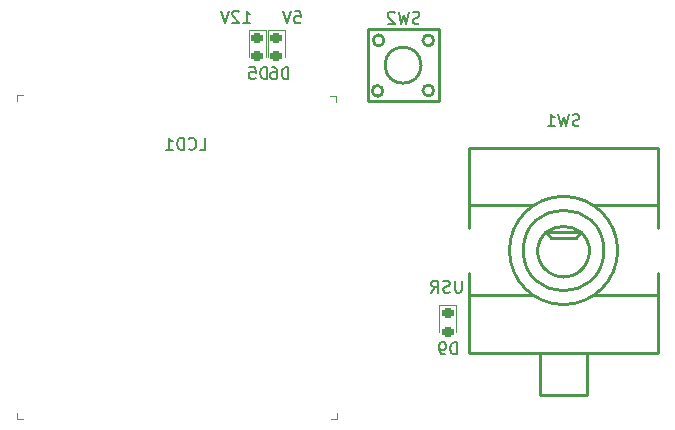
<source format=gbo>
G04 #@! TF.GenerationSoftware,KiCad,Pcbnew,7.0.9*
G04 #@! TF.CreationDate,2024-10-07T21:11:22-04:00*
G04 #@! TF.ProjectId,T12 soldering station,54313220-736f-46c6-9465-72696e672073,rev?*
G04 #@! TF.SameCoordinates,Original*
G04 #@! TF.FileFunction,Legend,Bot*
G04 #@! TF.FilePolarity,Positive*
%FSLAX46Y46*%
G04 Gerber Fmt 4.6, Leading zero omitted, Abs format (unit mm)*
G04 Created by KiCad (PCBNEW 7.0.9) date 2024-10-07 21:11:22*
%MOMM*%
%LPD*%
G01*
G04 APERTURE LIST*
G04 Aperture macros list*
%AMRoundRect*
0 Rectangle with rounded corners*
0 $1 Rounding radius*
0 $2 $3 $4 $5 $6 $7 $8 $9 X,Y pos of 4 corners*
0 Add a 4 corners polygon primitive as box body*
4,1,4,$2,$3,$4,$5,$6,$7,$8,$9,$2,$3,0*
0 Add four circle primitives for the rounded corners*
1,1,$1+$1,$2,$3*
1,1,$1+$1,$4,$5*
1,1,$1+$1,$6,$7*
1,1,$1+$1,$8,$9*
0 Add four rect primitives between the rounded corners*
20,1,$1+$1,$2,$3,$4,$5,0*
20,1,$1+$1,$4,$5,$6,$7,0*
20,1,$1+$1,$6,$7,$8,$9,0*
20,1,$1+$1,$8,$9,$2,$3,0*%
G04 Aperture macros list end*
%ADD10C,0.152400*%
%ADD11C,0.250000*%
%ADD12C,0.120000*%
%ADD13C,0.100000*%
%ADD14C,3.100000*%
%ADD15C,5.400000*%
%ADD16C,2.000000*%
%ADD17R,1.900000X1.300000*%
%ADD18O,3.200000X3.500000*%
%ADD19C,2.500000*%
%ADD20RoundRect,0.218750X-0.256250X0.218750X-0.256250X-0.218750X0.256250X-0.218750X0.256250X0.218750X0*%
%ADD21C,2.100000*%
G04 APERTURE END LIST*
D10*
X136788447Y-103301615D02*
X137359875Y-103301615D01*
X137074161Y-103301615D02*
X137074161Y-102285615D01*
X137074161Y-102285615D02*
X137169399Y-102430758D01*
X137169399Y-102430758D02*
X137264637Y-102527520D01*
X137264637Y-102527520D02*
X137359875Y-102575901D01*
X136407494Y-102382377D02*
X136359875Y-102333996D01*
X136359875Y-102333996D02*
X136264637Y-102285615D01*
X136264637Y-102285615D02*
X136026542Y-102285615D01*
X136026542Y-102285615D02*
X135931304Y-102333996D01*
X135931304Y-102333996D02*
X135883685Y-102382377D01*
X135883685Y-102382377D02*
X135836066Y-102479139D01*
X135836066Y-102479139D02*
X135836066Y-102575901D01*
X135836066Y-102575901D02*
X135883685Y-102721044D01*
X135883685Y-102721044D02*
X136455113Y-103301615D01*
X136455113Y-103301615D02*
X135836066Y-103301615D01*
X135550351Y-102285615D02*
X135217018Y-103301615D01*
X135217018Y-103301615D02*
X134883685Y-102285615D01*
X155287504Y-125125295D02*
X155287504Y-125947772D01*
X155287504Y-125947772D02*
X155239885Y-126044534D01*
X155239885Y-126044534D02*
X155192266Y-126092915D01*
X155192266Y-126092915D02*
X155097028Y-126141295D01*
X155097028Y-126141295D02*
X154906552Y-126141295D01*
X154906552Y-126141295D02*
X154811314Y-126092915D01*
X154811314Y-126092915D02*
X154763695Y-126044534D01*
X154763695Y-126044534D02*
X154716076Y-125947772D01*
X154716076Y-125947772D02*
X154716076Y-125125295D01*
X154287504Y-126092915D02*
X154144647Y-126141295D01*
X154144647Y-126141295D02*
X153906552Y-126141295D01*
X153906552Y-126141295D02*
X153811314Y-126092915D01*
X153811314Y-126092915D02*
X153763695Y-126044534D01*
X153763695Y-126044534D02*
X153716076Y-125947772D01*
X153716076Y-125947772D02*
X153716076Y-125851010D01*
X153716076Y-125851010D02*
X153763695Y-125754248D01*
X153763695Y-125754248D02*
X153811314Y-125705867D01*
X153811314Y-125705867D02*
X153906552Y-125657486D01*
X153906552Y-125657486D02*
X154097028Y-125609105D01*
X154097028Y-125609105D02*
X154192266Y-125560724D01*
X154192266Y-125560724D02*
X154239885Y-125512343D01*
X154239885Y-125512343D02*
X154287504Y-125415581D01*
X154287504Y-125415581D02*
X154287504Y-125318819D01*
X154287504Y-125318819D02*
X154239885Y-125222057D01*
X154239885Y-125222057D02*
X154192266Y-125173676D01*
X154192266Y-125173676D02*
X154097028Y-125125295D01*
X154097028Y-125125295D02*
X153858933Y-125125295D01*
X153858933Y-125125295D02*
X153716076Y-125173676D01*
X152716076Y-126141295D02*
X153049409Y-125657486D01*
X153287504Y-126141295D02*
X153287504Y-125125295D01*
X153287504Y-125125295D02*
X152906552Y-125125295D01*
X152906552Y-125125295D02*
X152811314Y-125173676D01*
X152811314Y-125173676D02*
X152763695Y-125222057D01*
X152763695Y-125222057D02*
X152716076Y-125318819D01*
X152716076Y-125318819D02*
X152716076Y-125463962D01*
X152716076Y-125463962D02*
X152763695Y-125560724D01*
X152763695Y-125560724D02*
X152811314Y-125609105D01*
X152811314Y-125609105D02*
X152906552Y-125657486D01*
X152906552Y-125657486D02*
X153287504Y-125657486D01*
X141135076Y-102316095D02*
X141611266Y-102316095D01*
X141611266Y-102316095D02*
X141658885Y-102799905D01*
X141658885Y-102799905D02*
X141611266Y-102751524D01*
X141611266Y-102751524D02*
X141516028Y-102703143D01*
X141516028Y-102703143D02*
X141277933Y-102703143D01*
X141277933Y-102703143D02*
X141182695Y-102751524D01*
X141182695Y-102751524D02*
X141135076Y-102799905D01*
X141135076Y-102799905D02*
X141087457Y-102896667D01*
X141087457Y-102896667D02*
X141087457Y-103138572D01*
X141087457Y-103138572D02*
X141135076Y-103235334D01*
X141135076Y-103235334D02*
X141182695Y-103283715D01*
X141182695Y-103283715D02*
X141277933Y-103332095D01*
X141277933Y-103332095D02*
X141516028Y-103332095D01*
X141516028Y-103332095D02*
X141611266Y-103283715D01*
X141611266Y-103283715D02*
X141658885Y-103235334D01*
X140801742Y-102316095D02*
X140468409Y-103332095D01*
X140468409Y-103332095D02*
X140135076Y-102316095D01*
X151701332Y-103334515D02*
X151558475Y-103382895D01*
X151558475Y-103382895D02*
X151320380Y-103382895D01*
X151320380Y-103382895D02*
X151225142Y-103334515D01*
X151225142Y-103334515D02*
X151177523Y-103286134D01*
X151177523Y-103286134D02*
X151129904Y-103189372D01*
X151129904Y-103189372D02*
X151129904Y-103092610D01*
X151129904Y-103092610D02*
X151177523Y-102995848D01*
X151177523Y-102995848D02*
X151225142Y-102947467D01*
X151225142Y-102947467D02*
X151320380Y-102899086D01*
X151320380Y-102899086D02*
X151510856Y-102850705D01*
X151510856Y-102850705D02*
X151606094Y-102802324D01*
X151606094Y-102802324D02*
X151653713Y-102753943D01*
X151653713Y-102753943D02*
X151701332Y-102657181D01*
X151701332Y-102657181D02*
X151701332Y-102560419D01*
X151701332Y-102560419D02*
X151653713Y-102463657D01*
X151653713Y-102463657D02*
X151606094Y-102415276D01*
X151606094Y-102415276D02*
X151510856Y-102366895D01*
X151510856Y-102366895D02*
X151272761Y-102366895D01*
X151272761Y-102366895D02*
X151129904Y-102415276D01*
X150796570Y-102366895D02*
X150558475Y-103382895D01*
X150558475Y-103382895D02*
X150367999Y-102657181D01*
X150367999Y-102657181D02*
X150177523Y-103382895D01*
X150177523Y-103382895D02*
X149939428Y-102366895D01*
X149606094Y-102463657D02*
X149558475Y-102415276D01*
X149558475Y-102415276D02*
X149463237Y-102366895D01*
X149463237Y-102366895D02*
X149225142Y-102366895D01*
X149225142Y-102366895D02*
X149129904Y-102415276D01*
X149129904Y-102415276D02*
X149082285Y-102463657D01*
X149082285Y-102463657D02*
X149034666Y-102560419D01*
X149034666Y-102560419D02*
X149034666Y-102657181D01*
X149034666Y-102657181D02*
X149082285Y-102802324D01*
X149082285Y-102802324D02*
X149653713Y-103382895D01*
X149653713Y-103382895D02*
X149034666Y-103382895D01*
X165239532Y-111983715D02*
X165096675Y-112032095D01*
X165096675Y-112032095D02*
X164858580Y-112032095D01*
X164858580Y-112032095D02*
X164763342Y-111983715D01*
X164763342Y-111983715D02*
X164715723Y-111935334D01*
X164715723Y-111935334D02*
X164668104Y-111838572D01*
X164668104Y-111838572D02*
X164668104Y-111741810D01*
X164668104Y-111741810D02*
X164715723Y-111645048D01*
X164715723Y-111645048D02*
X164763342Y-111596667D01*
X164763342Y-111596667D02*
X164858580Y-111548286D01*
X164858580Y-111548286D02*
X165049056Y-111499905D01*
X165049056Y-111499905D02*
X165144294Y-111451524D01*
X165144294Y-111451524D02*
X165191913Y-111403143D01*
X165191913Y-111403143D02*
X165239532Y-111306381D01*
X165239532Y-111306381D02*
X165239532Y-111209619D01*
X165239532Y-111209619D02*
X165191913Y-111112857D01*
X165191913Y-111112857D02*
X165144294Y-111064476D01*
X165144294Y-111064476D02*
X165049056Y-111016095D01*
X165049056Y-111016095D02*
X164810961Y-111016095D01*
X164810961Y-111016095D02*
X164668104Y-111064476D01*
X164334770Y-111016095D02*
X164096675Y-112032095D01*
X164096675Y-112032095D02*
X163906199Y-111306381D01*
X163906199Y-111306381D02*
X163715723Y-112032095D01*
X163715723Y-112032095D02*
X163477628Y-111016095D01*
X162572866Y-112032095D02*
X163144294Y-112032095D01*
X162858580Y-112032095D02*
X162858580Y-111016095D01*
X162858580Y-111016095D02*
X162953818Y-111161238D01*
X162953818Y-111161238D02*
X163049056Y-111258000D01*
X163049056Y-111258000D02*
X163144294Y-111306381D01*
X154890694Y-131373695D02*
X154890694Y-130357695D01*
X154890694Y-130357695D02*
X154652599Y-130357695D01*
X154652599Y-130357695D02*
X154509742Y-130406076D01*
X154509742Y-130406076D02*
X154414504Y-130502838D01*
X154414504Y-130502838D02*
X154366885Y-130599600D01*
X154366885Y-130599600D02*
X154319266Y-130793124D01*
X154319266Y-130793124D02*
X154319266Y-130938267D01*
X154319266Y-130938267D02*
X154366885Y-131131791D01*
X154366885Y-131131791D02*
X154414504Y-131228553D01*
X154414504Y-131228553D02*
X154509742Y-131325315D01*
X154509742Y-131325315D02*
X154652599Y-131373695D01*
X154652599Y-131373695D02*
X154890694Y-131373695D01*
X153843075Y-131373695D02*
X153652599Y-131373695D01*
X153652599Y-131373695D02*
X153557361Y-131325315D01*
X153557361Y-131325315D02*
X153509742Y-131276934D01*
X153509742Y-131276934D02*
X153414504Y-131131791D01*
X153414504Y-131131791D02*
X153366885Y-130938267D01*
X153366885Y-130938267D02*
X153366885Y-130551219D01*
X153366885Y-130551219D02*
X153414504Y-130454457D01*
X153414504Y-130454457D02*
X153462123Y-130406076D01*
X153462123Y-130406076D02*
X153557361Y-130357695D01*
X153557361Y-130357695D02*
X153747837Y-130357695D01*
X153747837Y-130357695D02*
X153843075Y-130406076D01*
X153843075Y-130406076D02*
X153890694Y-130454457D01*
X153890694Y-130454457D02*
X153938313Y-130551219D01*
X153938313Y-130551219D02*
X153938313Y-130793124D01*
X153938313Y-130793124D02*
X153890694Y-130889886D01*
X153890694Y-130889886D02*
X153843075Y-130938267D01*
X153843075Y-130938267D02*
X153747837Y-130986648D01*
X153747837Y-130986648D02*
X153557361Y-130986648D01*
X153557361Y-130986648D02*
X153462123Y-130938267D01*
X153462123Y-130938267D02*
X153414504Y-130889886D01*
X153414504Y-130889886D02*
X153366885Y-130793124D01*
X138787094Y-108056495D02*
X138787094Y-107040495D01*
X138787094Y-107040495D02*
X138548999Y-107040495D01*
X138548999Y-107040495D02*
X138406142Y-107088876D01*
X138406142Y-107088876D02*
X138310904Y-107185638D01*
X138310904Y-107185638D02*
X138263285Y-107282400D01*
X138263285Y-107282400D02*
X138215666Y-107475924D01*
X138215666Y-107475924D02*
X138215666Y-107621067D01*
X138215666Y-107621067D02*
X138263285Y-107814591D01*
X138263285Y-107814591D02*
X138310904Y-107911353D01*
X138310904Y-107911353D02*
X138406142Y-108008115D01*
X138406142Y-108008115D02*
X138548999Y-108056495D01*
X138548999Y-108056495D02*
X138787094Y-108056495D01*
X137310904Y-107040495D02*
X137787094Y-107040495D01*
X137787094Y-107040495D02*
X137834713Y-107524305D01*
X137834713Y-107524305D02*
X137787094Y-107475924D01*
X137787094Y-107475924D02*
X137691856Y-107427543D01*
X137691856Y-107427543D02*
X137453761Y-107427543D01*
X137453761Y-107427543D02*
X137358523Y-107475924D01*
X137358523Y-107475924D02*
X137310904Y-107524305D01*
X137310904Y-107524305D02*
X137263285Y-107621067D01*
X137263285Y-107621067D02*
X137263285Y-107862972D01*
X137263285Y-107862972D02*
X137310904Y-107959734D01*
X137310904Y-107959734D02*
X137358523Y-108008115D01*
X137358523Y-108008115D02*
X137453761Y-108056495D01*
X137453761Y-108056495D02*
X137691856Y-108056495D01*
X137691856Y-108056495D02*
X137787094Y-108008115D01*
X137787094Y-108008115D02*
X137834713Y-107959734D01*
X133094266Y-114050895D02*
X133570456Y-114050895D01*
X133570456Y-114050895D02*
X133570456Y-113034895D01*
X132189504Y-113954134D02*
X132237123Y-114002515D01*
X132237123Y-114002515D02*
X132379980Y-114050895D01*
X132379980Y-114050895D02*
X132475218Y-114050895D01*
X132475218Y-114050895D02*
X132618075Y-114002515D01*
X132618075Y-114002515D02*
X132713313Y-113905753D01*
X132713313Y-113905753D02*
X132760932Y-113808991D01*
X132760932Y-113808991D02*
X132808551Y-113615467D01*
X132808551Y-113615467D02*
X132808551Y-113470324D01*
X132808551Y-113470324D02*
X132760932Y-113276800D01*
X132760932Y-113276800D02*
X132713313Y-113180038D01*
X132713313Y-113180038D02*
X132618075Y-113083276D01*
X132618075Y-113083276D02*
X132475218Y-113034895D01*
X132475218Y-113034895D02*
X132379980Y-113034895D01*
X132379980Y-113034895D02*
X132237123Y-113083276D01*
X132237123Y-113083276D02*
X132189504Y-113131657D01*
X131760932Y-114050895D02*
X131760932Y-113034895D01*
X131760932Y-113034895D02*
X131522837Y-113034895D01*
X131522837Y-113034895D02*
X131379980Y-113083276D01*
X131379980Y-113083276D02*
X131284742Y-113180038D01*
X131284742Y-113180038D02*
X131237123Y-113276800D01*
X131237123Y-113276800D02*
X131189504Y-113470324D01*
X131189504Y-113470324D02*
X131189504Y-113615467D01*
X131189504Y-113615467D02*
X131237123Y-113808991D01*
X131237123Y-113808991D02*
X131284742Y-113905753D01*
X131284742Y-113905753D02*
X131379980Y-114002515D01*
X131379980Y-114002515D02*
X131522837Y-114050895D01*
X131522837Y-114050895D02*
X131760932Y-114050895D01*
X130237123Y-114050895D02*
X130808551Y-114050895D01*
X130522837Y-114050895D02*
X130522837Y-113034895D01*
X130522837Y-113034895D02*
X130618075Y-113180038D01*
X130618075Y-113180038D02*
X130713313Y-113276800D01*
X130713313Y-113276800D02*
X130808551Y-113325181D01*
X140615894Y-108081895D02*
X140615894Y-107065895D01*
X140615894Y-107065895D02*
X140377799Y-107065895D01*
X140377799Y-107065895D02*
X140234942Y-107114276D01*
X140234942Y-107114276D02*
X140139704Y-107211038D01*
X140139704Y-107211038D02*
X140092085Y-107307800D01*
X140092085Y-107307800D02*
X140044466Y-107501324D01*
X140044466Y-107501324D02*
X140044466Y-107646467D01*
X140044466Y-107646467D02*
X140092085Y-107839991D01*
X140092085Y-107839991D02*
X140139704Y-107936753D01*
X140139704Y-107936753D02*
X140234942Y-108033515D01*
X140234942Y-108033515D02*
X140377799Y-108081895D01*
X140377799Y-108081895D02*
X140615894Y-108081895D01*
X139187323Y-107065895D02*
X139377799Y-107065895D01*
X139377799Y-107065895D02*
X139473037Y-107114276D01*
X139473037Y-107114276D02*
X139520656Y-107162657D01*
X139520656Y-107162657D02*
X139615894Y-107307800D01*
X139615894Y-107307800D02*
X139663513Y-107501324D01*
X139663513Y-107501324D02*
X139663513Y-107888372D01*
X139663513Y-107888372D02*
X139615894Y-107985134D01*
X139615894Y-107985134D02*
X139568275Y-108033515D01*
X139568275Y-108033515D02*
X139473037Y-108081895D01*
X139473037Y-108081895D02*
X139282561Y-108081895D01*
X139282561Y-108081895D02*
X139187323Y-108033515D01*
X139187323Y-108033515D02*
X139139704Y-107985134D01*
X139139704Y-107985134D02*
X139092085Y-107888372D01*
X139092085Y-107888372D02*
X139092085Y-107646467D01*
X139092085Y-107646467D02*
X139139704Y-107549705D01*
X139139704Y-107549705D02*
X139187323Y-107501324D01*
X139187323Y-107501324D02*
X139282561Y-107452943D01*
X139282561Y-107452943D02*
X139473037Y-107452943D01*
X139473037Y-107452943D02*
X139568275Y-107501324D01*
X139568275Y-107501324D02*
X139615894Y-107549705D01*
X139615894Y-107549705D02*
X139663513Y-107646467D01*
D11*
X153367200Y-109933200D02*
X153367200Y-103833200D01*
X153367200Y-103833200D02*
X147337200Y-103833200D01*
X147337200Y-109933200D02*
X153367200Y-109933200D01*
X147337200Y-103833200D02*
X147337200Y-109933200D01*
X152917200Y-109023200D02*
G75*
G03*
X152917200Y-109023200I-460000J0D01*
G01*
X152917200Y-104783200D02*
G75*
G03*
X152917200Y-104783200I-460000J0D01*
G01*
X151847200Y-106883200D02*
G75*
G03*
X151847200Y-106883200I-1530000J0D01*
G01*
X148707200Y-104783200D02*
G75*
G03*
X148707200Y-104783200I-460000J0D01*
G01*
X148617200Y-109063200D02*
G75*
G03*
X148617200Y-109063200I-460000J0D01*
G01*
X171906200Y-124450000D02*
X171906200Y-131270000D01*
X171906200Y-113870000D02*
X171906200Y-120690000D01*
X171906200Y-113870000D02*
X155906200Y-113870000D01*
X171776200Y-118760000D02*
X166446200Y-118760000D01*
X166446200Y-126380000D02*
X171776200Y-126380000D01*
X165906200Y-134770000D02*
X161906200Y-134770000D01*
X165906200Y-131270000D02*
X165906200Y-134770000D01*
X165426200Y-121050000D02*
X162386200Y-121050000D01*
X164926200Y-121550000D02*
X165426200Y-121050000D01*
X162886200Y-121550000D02*
X164926200Y-121550000D01*
X162386200Y-121050000D02*
X162886200Y-121550000D01*
X161906200Y-134770000D02*
X161886200Y-131270000D01*
X161366200Y-118760000D02*
X156036200Y-118760000D01*
X156036200Y-126380000D02*
X161366200Y-126380000D01*
X155906200Y-131270000D02*
X171906200Y-131270000D01*
X155906200Y-124450000D02*
X155906200Y-131270000D01*
X155906200Y-113870000D02*
X155906200Y-120690000D01*
X162382684Y-121053390D02*
G75*
G03*
X165426200Y-121050000I1523516J-1576610D01*
G01*
X165421255Y-121046308D02*
G75*
G03*
X162386200Y-121050001I-1515055J-2033692D01*
G01*
X167316200Y-122570000D02*
G75*
G03*
X167316200Y-122570000I-3410000J0D01*
G01*
X168486200Y-122570000D02*
G75*
G03*
X168486200Y-122570000I-4580000J0D01*
G01*
D12*
X154842200Y-127180600D02*
X154842200Y-129465600D01*
X153372200Y-127180600D02*
X154842200Y-127180600D01*
X153372200Y-129465600D02*
X153372200Y-127180600D01*
X138707800Y-103874200D02*
X138707800Y-106159200D01*
X137237800Y-103874200D02*
X138707800Y-103874200D01*
X137237800Y-106159200D02*
X137237800Y-103874200D01*
D13*
X144729200Y-136804400D02*
X144729200Y-136304400D01*
X144729200Y-136804400D02*
X144229200Y-136804400D01*
X144623600Y-109524800D02*
X144623600Y-110024800D01*
X144623600Y-109524800D02*
X144123600Y-109524800D01*
X117652800Y-109423200D02*
X118152800Y-109423200D01*
X117652800Y-109423200D02*
X117652800Y-109923200D01*
X117606000Y-136855200D02*
X118106000Y-136855200D01*
X117606000Y-136855200D02*
X117606000Y-136355200D01*
D12*
X140333400Y-103874200D02*
X140333400Y-106159200D01*
X138863400Y-103874200D02*
X140333400Y-103874200D01*
X138863400Y-106159200D02*
X138863400Y-103874200D01*
%LPC*%
D14*
X174142400Y-103581200D03*
D15*
X174142400Y-103581200D03*
D14*
X101803200Y-103530400D03*
D15*
X101803200Y-103530400D03*
D16*
X110744000Y-130048000D03*
X110744000Y-135048000D03*
X110744000Y-119184400D03*
X110744000Y-124184400D03*
X110490000Y-108284000D03*
X110490000Y-113284000D03*
D14*
X174142400Y-151485600D03*
D15*
X174142400Y-151485600D03*
D16*
X110744000Y-140970000D03*
X110744000Y-145970000D03*
D14*
X101803200Y-151485600D03*
D15*
X101803200Y-151485600D03*
D17*
X154517200Y-104633200D03*
X146117200Y-104633200D03*
X154517200Y-109133200D03*
X146117200Y-109133200D03*
D18*
X171306200Y-122570000D03*
X156506200Y-122570000D03*
D19*
X168986200Y-133070000D03*
X163906200Y-133070000D03*
X158826200Y-133070000D03*
X166446200Y-115570000D03*
X161366200Y-115570000D03*
D20*
X154107200Y-127878100D03*
X154107200Y-129453100D03*
X137972800Y-104571700D03*
X137972800Y-106146700D03*
D21*
X134895600Y-111404400D03*
X132395600Y-111404400D03*
X129895600Y-111404400D03*
X127395600Y-111404400D03*
D20*
X139598400Y-104571700D03*
X139598400Y-106146700D03*
%LPD*%
M02*

</source>
